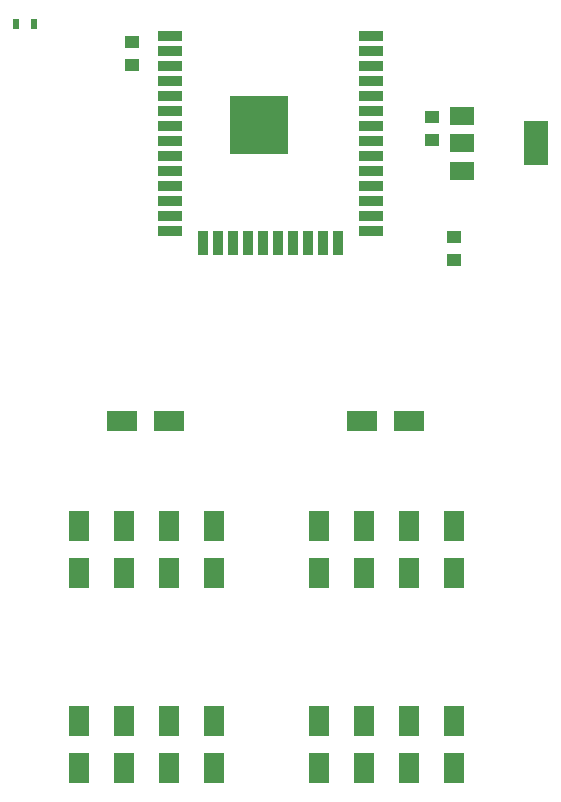
<source format=gbr>
G04 #@! TF.GenerationSoftware,KiCad,Pcbnew,(5.1.6)-1*
G04 #@! TF.CreationDate,2020-05-30T15:14:58+10:00*
G04 #@! TF.ProjectId,sand_drawing,73616e64-5f64-4726-9177-696e672e6b69,rev?*
G04 #@! TF.SameCoordinates,Original*
G04 #@! TF.FileFunction,Paste,Top*
G04 #@! TF.FilePolarity,Positive*
%FSLAX46Y46*%
G04 Gerber Fmt 4.6, Leading zero omitted, Abs format (unit mm)*
G04 Created by KiCad (PCBNEW (5.1.6)-1) date 2020-05-30 15:14:58*
%MOMM*%
%LPD*%
G01*
G04 APERTURE LIST*
%ADD10R,0.500000X0.900000*%
%ADD11R,1.250000X1.000000*%
%ADD12R,2.000000X1.500000*%
%ADD13R,2.000000X3.800000*%
%ADD14R,2.500000X1.800000*%
%ADD15R,1.800000X2.500000*%
%ADD16R,2.000000X0.900000*%
%ADD17R,0.900000X2.000000*%
%ADD18R,5.000000X5.000000*%
G04 APERTURE END LIST*
D10*
X104134920Y-95316040D03*
X102634920Y-95316040D03*
D11*
X112395000Y-98790000D03*
X112395000Y-96790000D03*
X137795000Y-105140000D03*
X137795000Y-103140000D03*
X139700000Y-115300000D03*
X139700000Y-113300000D03*
D12*
X140360000Y-103110000D03*
X140360000Y-107710000D03*
X140360000Y-105410000D03*
D13*
X146660000Y-105410000D03*
D14*
X131890000Y-128905000D03*
X135890000Y-128905000D03*
X111570000Y-128905000D03*
X115570000Y-128905000D03*
D15*
X128270000Y-154305000D03*
X128270000Y-158305000D03*
X132080000Y-154305000D03*
X132080000Y-158305000D03*
X135890000Y-154305000D03*
X135890000Y-158305000D03*
X139700000Y-154305000D03*
X139700000Y-158305000D03*
X128270000Y-137795000D03*
X128270000Y-141795000D03*
X132080000Y-137795000D03*
X132080000Y-141795000D03*
X135890000Y-137795000D03*
X135890000Y-141795000D03*
X139700000Y-137795000D03*
X139700000Y-141795000D03*
X107950000Y-154305000D03*
X107950000Y-158305000D03*
X111760000Y-154305000D03*
X111760000Y-158305000D03*
X115570000Y-154305000D03*
X115570000Y-158305000D03*
X119380000Y-154305000D03*
X119380000Y-158305000D03*
X107950000Y-137795000D03*
X107950000Y-141795000D03*
X111760000Y-137795000D03*
X111760000Y-141795000D03*
X115570000Y-137795000D03*
X115570000Y-141795000D03*
X119380000Y-137795000D03*
X119380000Y-141795000D03*
D16*
X132640000Y-96315000D03*
X132640000Y-97585000D03*
X132640000Y-98855000D03*
X132640000Y-100125000D03*
X132640000Y-101395000D03*
X132640000Y-102665000D03*
X132640000Y-103935000D03*
X132640000Y-105205000D03*
X132640000Y-106475000D03*
X132640000Y-107745000D03*
X132640000Y-109015000D03*
X132640000Y-110285000D03*
X132640000Y-111555000D03*
X132640000Y-112825000D03*
D17*
X129855000Y-113825000D03*
X128585000Y-113825000D03*
X127315000Y-113825000D03*
X126045000Y-113825000D03*
X124775000Y-113825000D03*
X123505000Y-113825000D03*
X122235000Y-113825000D03*
X120965000Y-113825000D03*
X119695000Y-113825000D03*
X118425000Y-113825000D03*
D16*
X115640000Y-112825000D03*
X115640000Y-111555000D03*
X115640000Y-110285000D03*
X115640000Y-109015000D03*
X115640000Y-107745000D03*
X115640000Y-106475000D03*
X115640000Y-105205000D03*
X115640000Y-103935000D03*
X115640000Y-102665000D03*
X115640000Y-101395000D03*
X115640000Y-100125000D03*
X115640000Y-98855000D03*
X115640000Y-97585000D03*
X115640000Y-96315000D03*
D18*
X123140000Y-103815000D03*
M02*

</source>
